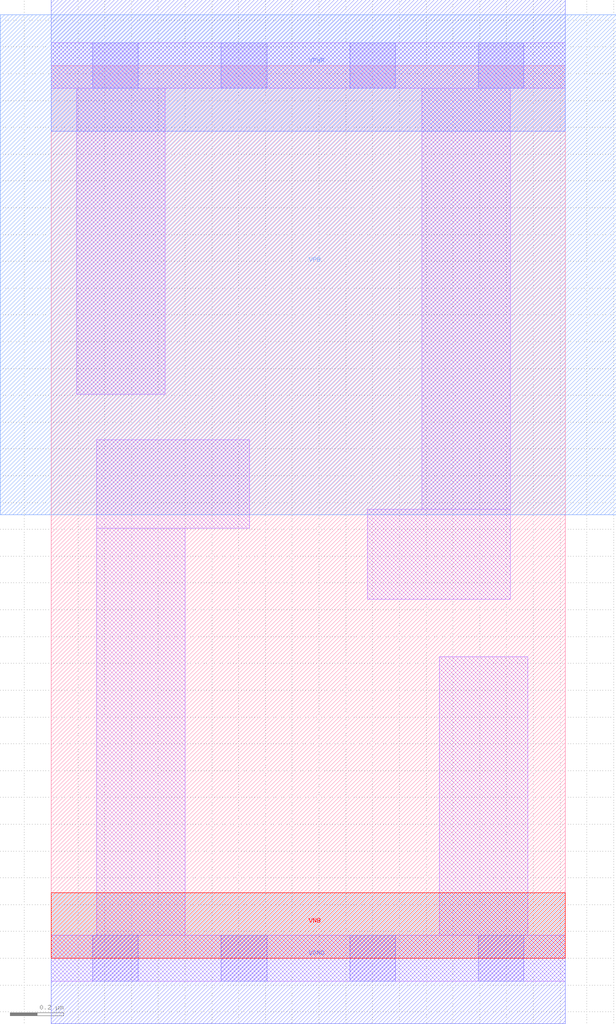
<source format=lef>
# Copyright 2020 The SkyWater PDK Authors
#
# Licensed under the Apache License, Version 2.0 (the "License");
# you may not use this file except in compliance with the License.
# You may obtain a copy of the License at
#
#     https://www.apache.org/licenses/LICENSE-2.0
#
# Unless required by applicable law or agreed to in writing, software
# distributed under the License is distributed on an "AS IS" BASIS,
# WITHOUT WARRANTIES OR CONDITIONS OF ANY KIND, either express or implied.
# See the License for the specific language governing permissions and
# limitations under the License.
#
# SPDX-License-Identifier: Apache-2.0

VERSION 5.7 ;
  NOWIREEXTENSIONATPIN ON ;
  DIVIDERCHAR "/" ;
  BUSBITCHARS "[]" ;
MACRO sky130_fd_sc_lp__decap_4
  CLASS CORE SPACER ;
  FOREIGN sky130_fd_sc_lp__decap_4 ;
  ORIGIN  0.000000  0.000000 ;
  SIZE  1.920000 BY  3.330000 ;
  SYMMETRY X Y R90 ;
  SITE unit ;
  PIN VNB
    PORT
      LAYER pwell ;
        RECT 0.000000 0.000000 1.920000 0.245000 ;
    END
  END VNB
  PIN VPB
    PORT
      LAYER nwell ;
        RECT -0.190000 1.655000 2.110000 3.520000 ;
    END
  END VPB
  PIN VGND
    DIRECTION INOUT ;
    USE GROUND ;
    PORT
      LAYER met1 ;
        RECT 0.000000 -0.245000 1.920000 0.245000 ;
    END
  END VGND
  PIN VPWR
    DIRECTION INOUT ;
    USE POWER ;
    PORT
      LAYER met1 ;
        RECT 0.000000 3.085000 1.920000 3.575000 ;
    END
  END VPWR
  OBS
    LAYER li1 ;
      RECT 0.000000 -0.085000 1.920000 0.085000 ;
      RECT 0.000000  3.245000 1.920000 3.415000 ;
      RECT 0.095000  2.105000 0.425000 3.245000 ;
      RECT 0.170000  0.085000 0.500000 1.605000 ;
      RECT 0.170000  1.605000 0.740000 1.935000 ;
      RECT 1.180000  1.340000 1.715000 1.675000 ;
      RECT 1.385000  1.675000 1.715000 3.245000 ;
      RECT 1.450000  0.085000 1.780000 1.125000 ;
    LAYER mcon ;
      RECT 0.155000 -0.085000 0.325000 0.085000 ;
      RECT 0.155000  3.245000 0.325000 3.415000 ;
      RECT 0.635000 -0.085000 0.805000 0.085000 ;
      RECT 0.635000  3.245000 0.805000 3.415000 ;
      RECT 1.115000 -0.085000 1.285000 0.085000 ;
      RECT 1.115000  3.245000 1.285000 3.415000 ;
      RECT 1.595000 -0.085000 1.765000 0.085000 ;
      RECT 1.595000  3.245000 1.765000 3.415000 ;
  END
END sky130_fd_sc_lp__decap_4
END LIBRARY

</source>
